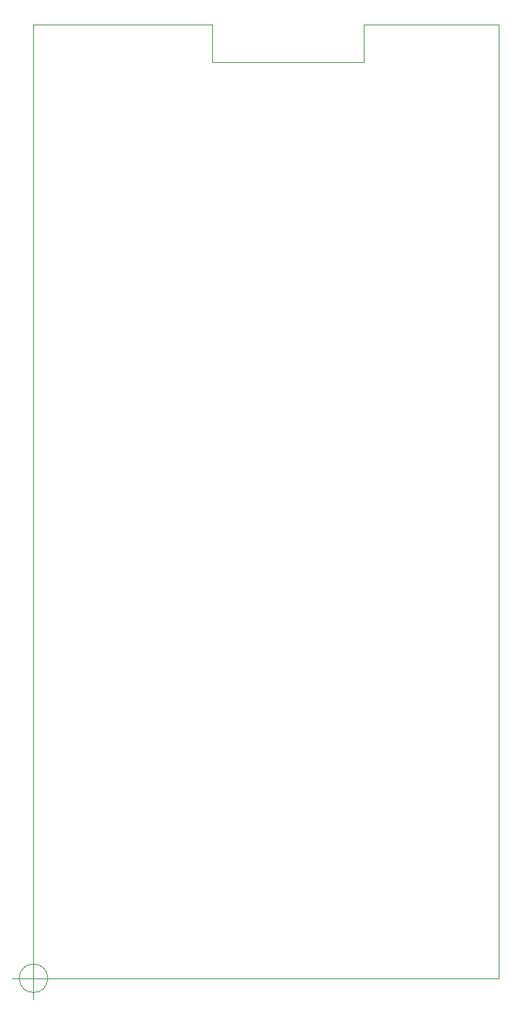
<source format=gm1>
G04 #@! TF.GenerationSoftware,KiCad,Pcbnew,5.1.5-1.fc30*
G04 #@! TF.CreationDate,2020-06-02T12:14:53+03:00*
G04 #@! TF.ProjectId,savustin_real2,73617675-7374-4696-9e5f-7265616c322e,rev?*
G04 #@! TF.SameCoordinates,PX6d2994cPYa3a71e0*
G04 #@! TF.FileFunction,Profile,NP*
%FSLAX46Y46*%
G04 Gerber Fmt 4.6, Leading zero omitted, Abs format (unit mm)*
G04 Created by KiCad (PCBNEW 5.1.5-1.fc30) date 2020-06-02 12:14:53*
%MOMM*%
%LPD*%
G04 APERTURE LIST*
%ADD10C,0.002540*%
G04 APERTURE END LIST*
D10*
X0Y11430000D02*
X0Y0D01*
X54610000Y11430000D02*
X54610000Y0D01*
X1666666Y0D02*
G75*
G03X1666666Y0I-1666666J0D01*
G01*
X-2500000Y0D02*
X2500000Y0D01*
X0Y2500000D02*
X0Y-2500000D01*
X20955000Y111760000D02*
X0Y111760000D01*
X0Y29845000D02*
X0Y11430000D01*
X0Y55245000D02*
X0Y29845000D01*
X54610000Y22225000D02*
X54610000Y11430000D01*
X54610000Y0D02*
X0Y0D01*
X54610000Y55245000D02*
X54610000Y22225000D01*
X20955000Y107315000D02*
X20955000Y111760000D01*
X38735000Y107315000D02*
X20955000Y107315000D01*
X38735000Y111760000D02*
X38735000Y107315000D01*
X54610000Y111760000D02*
X38735000Y111760000D01*
X54610000Y55245000D02*
X54610000Y111760000D01*
X0Y111760000D02*
X0Y55245000D01*
M02*

</source>
